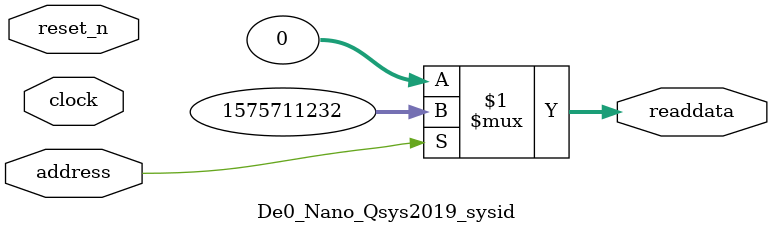
<source format=v>

`timescale 1ns / 1ps
// synthesis translate_on

// turn off superfluous verilog processor warnings 
// altera message_level Level1 
// altera message_off 10034 10035 10036 10037 10230 10240 10030 

module De0_Nano_Qsys2019_sysid (
               // inputs:
                address,
                clock,
                reset_n,

               // outputs:
                readdata
             )
;

  output  [ 31: 0] readdata;
  input            address;
  input            clock;
  input            reset_n;

  wire    [ 31: 0] readdata;
  //control_slave, which is an e_avalon_slave
  assign readdata = address ? 1575711232 : 0;

endmodule




</source>
